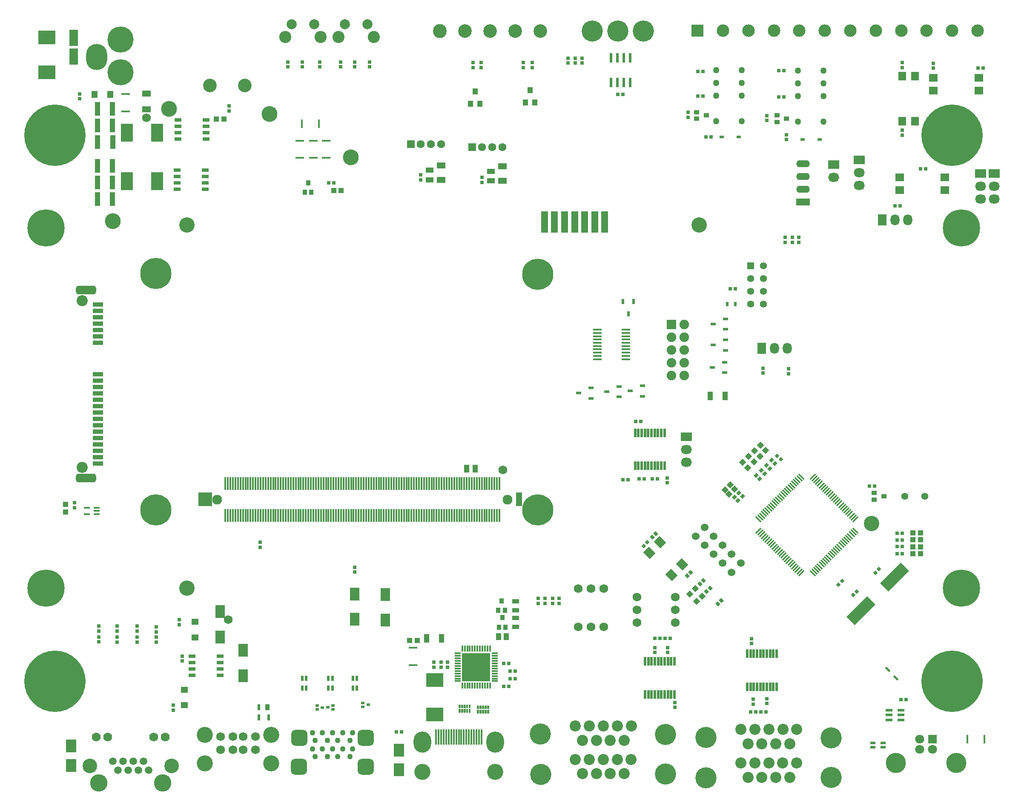
<source format=gts>
G04 Layer_Color=8388736*
%FSLAX44Y44*%
%MOMM*%
G71*
G01*
G75*
%ADD17R,1.8034X0.4064*%
%ADD18R,1.8288X2.5654*%
%ADD19R,0.4064X1.8034*%
%ADD20R,1.1176X2.7178*%
%ADD24R,0.5334X1.1684*%
%ADD25R,0.9398X1.1684*%
G04:AMPARAMS|DCode=27|XSize=1.1112mm|YSize=0.4008mm|CornerRadius=0mm|HoleSize=0mm|Usage=FLASHONLY|Rotation=315.000|XOffset=0mm|YOffset=0mm|HoleType=Round|Shape=Rectangle|*
%AMROTATEDRECTD27*
4,1,4,-0.5346,0.2512,-0.2512,0.5346,0.5346,-0.2512,0.2512,-0.5346,-0.5346,0.2512,0.0*
%
%ADD27ROTATEDRECTD27*%

%ADD28R,0.8064X0.5500*%
%ADD31R,1.1176X1.8034*%
%ADD32R,1.7780X1.2700*%
%ADD38R,0.6048X0.9016*%
%ADD45R,1.0160X1.3970*%
%ADD46R,1.3970X0.8128*%
G04:AMPARAMS|DCode=49|XSize=0.2794mm|YSize=1.4732mm|CornerRadius=0mm|HoleSize=0mm|Usage=FLASHONLY|Rotation=225.000|XOffset=0mm|YOffset=0mm|HoleType=Round|Shape=Rectangle|*
%AMROTATEDRECTD49*
4,1,4,-0.4221,0.6196,0.6196,-0.4221,0.4221,-0.6196,-0.6196,0.4221,-0.4221,0.6196,0.0*
%
%ADD49ROTATEDRECTD49*%

G04:AMPARAMS|DCode=50|XSize=0.2794mm|YSize=1.4732mm|CornerRadius=0mm|HoleSize=0mm|Usage=FLASHONLY|Rotation=135.000|XOffset=0mm|YOffset=0mm|HoleType=Round|Shape=Rectangle|*
%AMROTATEDRECTD50*
4,1,4,0.6196,0.4221,-0.4221,-0.6196,-0.6196,-0.4221,0.4221,0.6196,0.6196,0.4221,0.0*
%
%ADD50ROTATEDRECTD50*%

%ADD51R,1.0160X0.5588*%
%ADD52R,0.5588X1.0160*%
%ADD53R,1.1684X0.3556*%
%ADD54R,1.6764X0.3556*%
%ADD56R,1.3208X0.5588*%
%ADD57R,0.5588X1.9812*%
%ADD60R,1.2700X0.3048*%
%ADD61R,0.3048X1.2700*%
%ADD62R,5.5880X5.5880*%
%ADD64R,0.3000X0.7024*%
%ADD65R,0.4000X0.7024*%
%ADD76R,1.1176X1.4986*%
%ADD82R,0.3302X2.5400*%
%ADD107C,1.5240*%
%ADD114C,1.3970*%
%ADD115R,1.3970X1.3970*%
%ADD132C,1.2700*%
%ADD144C,3.0480*%
%ADD218P,0.9945X4X360.0*%
%ADD219P,0.9945X4X270.0*%
%ADD220R,0.7032X0.7032*%
%ADD221R,0.7032X0.7032*%
%ADD222R,2.0032X2.5032*%
%ADD223R,1.5032X1.1032*%
%ADD224R,3.5032X2.7032*%
%ADD225R,0.6532X0.6032*%
%ADD226R,1.7532X3.2032*%
%ADD227R,1.1032X1.1532*%
%ADD228R,1.1032X1.1532*%
%ADD229R,1.7018X1.1938*%
%ADD230R,1.0032X1.0032*%
%ADD231R,1.4032X1.3032*%
%ADD232R,1.3032X1.4032*%
%ADD233R,0.9032X1.1032*%
%ADD234R,1.4032X0.7832*%
%ADD235R,1.1032X0.9032*%
%ADD236R,0.7032X0.8032*%
G04:AMPARAMS|DCode=237|XSize=0.7032mm|YSize=0.8032mm|CornerRadius=0mm|HoleSize=0mm|Usage=FLASHONLY|Rotation=45.000|XOffset=0mm|YOffset=0mm|HoleType=Round|Shape=Rectangle|*
%AMROTATEDRECTD237*
4,1,4,0.0353,-0.5326,-0.5326,0.0353,-0.0353,0.5326,0.5326,-0.0353,0.0353,-0.5326,0.0*
%
%ADD237ROTATEDRECTD237*%

%ADD238R,0.8032X0.7032*%
G04:AMPARAMS|DCode=239|XSize=0.7032mm|YSize=0.8032mm|CornerRadius=0mm|HoleSize=0mm|Usage=FLASHONLY|Rotation=315.000|XOffset=0mm|YOffset=0mm|HoleType=Round|Shape=Rectangle|*
%AMROTATEDRECTD239*
4,1,4,-0.5326,-0.0353,0.0353,0.5326,0.5326,0.0353,-0.0353,-0.5326,-0.5326,-0.0353,0.0*
%
%ADD239ROTATEDRECTD239*%

G04:AMPARAMS|DCode=240|XSize=1.8032mm|YSize=1.6032mm|CornerRadius=0mm|HoleSize=0mm|Usage=FLASHONLY|Rotation=135.000|XOffset=0mm|YOffset=0mm|HoleType=Round|Shape=Rectangle|*
%AMROTATEDRECTD240*
4,1,4,1.2044,-0.0707,0.0707,-1.2044,-1.2044,0.0707,-0.0707,1.2044,1.2044,-0.0707,0.0*
%
%ADD240ROTATEDRECTD240*%

%ADD241R,0.6032X1.8032*%
%ADD242R,1.7032X1.5032*%
%ADD243R,1.5032X1.7032*%
%ADD244R,0.3508X3.0988*%
%ADD245R,2.4892X3.6322*%
%ADD246R,0.5524X1.0548*%
%ADD247R,1.0548X0.5524*%
%ADD248R,1.0032X1.0032*%
%ADD249P,1.4187X4X270.0*%
G04:AMPARAMS|DCode=250|XSize=1.0032mm|YSize=1.0032mm|CornerRadius=0mm|HoleSize=0mm|Usage=FLASHONLY|Rotation=225.000|XOffset=0mm|YOffset=0mm|HoleType=Round|Shape=Rectangle|*
%AMROTATEDRECTD250*
4,1,4,0.0000,0.7094,0.7094,0.0000,0.0000,-0.7094,-0.7094,0.0000,0.0000,0.7094,0.0*
%
%ADD250ROTATEDRECTD250*%

%ADD251R,1.0032X1.0032*%
%ADD252R,1.0032X1.0032*%
%ADD253P,1.4187X4X180.0*%
G04:AMPARAMS|DCode=254|XSize=1.0032mm|YSize=1.0032mm|CornerRadius=0mm|HoleSize=0mm|Usage=FLASHONLY|Rotation=135.000|XOffset=0mm|YOffset=0mm|HoleType=Round|Shape=Rectangle|*
%AMROTATEDRECTD254*
4,1,4,0.7094,0.0000,0.0000,-0.7094,-0.7094,0.0000,0.0000,0.7094,0.7094,0.0000,0.0*
%
%ADD254ROTATEDRECTD254*%

%ADD255R,2.1032X0.8532*%
%ADD256R,1.4732X4.2032*%
G04:AMPARAMS|DCode=257|XSize=5.8032mm|YSize=2.3032mm|CornerRadius=0mm|HoleSize=0mm|Usage=FLASHONLY|Rotation=225.000|XOffset=0mm|YOffset=0mm|HoleType=Round|Shape=Rectangle|*
%AMROTATEDRECTD257*
4,1,4,1.2374,2.8660,2.8660,1.2374,-1.2374,-2.8660,-2.8660,-1.2374,1.2374,2.8660,0.0*
%
%ADD257ROTATEDRECTD257*%

%ADD258R,1.2192X2.7432*%
%ADD259R,2.7432X2.7432*%
%ADD260C,1.7272*%
%ADD261C,1.9032*%
%ADD262R,1.9032X1.9032*%
%ADD263C,2.9032*%
%ADD264C,1.5032*%
%ADD265C,3.4532*%
%ADD266C,1.7780*%
%ADD267C,1.1032*%
G04:AMPARAMS|DCode=268|XSize=3.2032mm|YSize=3.2032mm|CornerRadius=0.8516mm|HoleSize=0mm|Usage=FLASHONLY|Rotation=90.000|XOffset=0mm|YOffset=0mm|HoleType=Round|Shape=RoundedRectangle|*
%AMROUNDEDRECTD268*
21,1,3.2032,1.5000,0,0,90.0*
21,1,1.5000,3.2032,0,0,90.0*
1,1,1.7032,0.7500,0.7500*
1,1,1.7032,0.7500,-0.7500*
1,1,1.7032,-0.7500,-0.7500*
1,1,1.7032,-0.7500,0.7500*
%
%ADD268ROUNDEDRECTD268*%
%ADD269C,3.2032*%
%ADD270C,1.6032*%
%ADD271R,1.6032X1.6032*%
%ADD272C,5.2032*%
%ADD273O,4.2032X5.2032*%
%ADD274C,4.0032*%
%ADD275R,1.8032X1.8032*%
%ADD276C,1.8032*%
%ADD277C,4.2032*%
%ADD278C,2.2032*%
%ADD279O,2.2032X1.8032*%
%ADD280R,2.2032X1.8032*%
%ADD281O,1.8032X2.2032*%
%ADD282R,1.8032X2.2032*%
%ADD283C,1.4032*%
%ADD284R,2.4892X2.4892*%
%ADD285C,2.4892*%
%ADD286C,2.7032*%
%ADD287O,2.7032X2.8032*%
%ADD288C,2.0032*%
%ADD289C,2.4032*%
%ADD290R,2.7032X1.4032*%
%ADD291O,2.7032X1.4032*%
%ADD292C,3.2032*%
%ADD293O,3.5032X4.2032*%
%ADD294C,3.1496*%
G04:AMPARAMS|DCode=295|XSize=1.7272mm|YSize=4.0132mm|CornerRadius=0.4826mm|HoleSize=0mm|Usage=FLASHONLY|Rotation=90.000|XOffset=0mm|YOffset=0mm|HoleType=Round|Shape=RoundedRectangle|*
%AMROUNDEDRECTD295*
21,1,1.7272,3.0480,0,0,90.0*
21,1,0.7620,4.0132,0,0,90.0*
1,1,0.9652,1.5240,0.3810*
1,1,0.9652,1.5240,-0.3810*
1,1,0.9652,-1.5240,-0.3810*
1,1,0.9652,-1.5240,0.3810*
%
%ADD295ROUNDEDRECTD295*%
%ADD296C,1.9558*%
%ADD297C,12.2032*%
%ADD298C,7.4032*%
%ADD299C,6.2032*%
G36*
X990140Y175530D02*
X986140D01*
Y182030D01*
X990140D01*
Y175530D01*
D02*
G37*
G36*
X985140D02*
X981140D01*
Y182030D01*
X985140D01*
Y175530D01*
D02*
G37*
G36*
X995140D02*
X991140D01*
Y182030D01*
X995140D01*
Y175530D01*
D02*
G37*
G36*
X1005140D02*
X1001140D01*
Y182030D01*
X1005140D01*
Y175530D01*
D02*
G37*
G36*
X1000140D02*
X996140D01*
Y182030D01*
X1000140D01*
Y175530D01*
D02*
G37*
G36*
X1026890Y173970D02*
X1022890D01*
Y180470D01*
X1026890D01*
Y173970D01*
D02*
G37*
G36*
X1021890D02*
X1017890D01*
Y180470D01*
X1021890D01*
Y173970D01*
D02*
G37*
G36*
X1031890D02*
X1027890D01*
Y180470D01*
X1031890D01*
Y173970D01*
D02*
G37*
G36*
X1041890D02*
X1037890D01*
Y180470D01*
X1041890D01*
Y173970D01*
D02*
G37*
G36*
X1036890D02*
X1032890D01*
Y180470D01*
X1036890D01*
Y173970D01*
D02*
G37*
G36*
X990140Y183730D02*
X986140D01*
Y190230D01*
X990140D01*
Y183730D01*
D02*
G37*
G36*
X985140D02*
X981140D01*
Y190230D01*
X985140D01*
Y183730D01*
D02*
G37*
G36*
X995140D02*
X991140D01*
Y190230D01*
X995140D01*
Y183730D01*
D02*
G37*
G36*
X1005140D02*
X1001140D01*
Y190230D01*
X1005140D01*
Y183730D01*
D02*
G37*
G36*
X1000140D02*
X996140D01*
Y190230D01*
X1000140D01*
Y183730D01*
D02*
G37*
G36*
X1026890Y182170D02*
X1022890D01*
Y188670D01*
X1026890D01*
Y182170D01*
D02*
G37*
G36*
X1021890D02*
X1017890D01*
Y188670D01*
X1021890D01*
Y182170D01*
D02*
G37*
G36*
X1031890D02*
X1027890D01*
Y188670D01*
X1031890D01*
Y182170D01*
D02*
G37*
G36*
X1041890D02*
X1037890D01*
Y188670D01*
X1041890D01*
Y182170D01*
D02*
G37*
G36*
X1036890D02*
X1032890D01*
Y188670D01*
X1036890D01*
Y182170D01*
D02*
G37*
D17*
X890270Y304038D02*
D03*
Y270002D02*
D03*
X717550Y1313688D02*
D03*
Y1279652D02*
D03*
X692150Y1313688D02*
D03*
Y1279652D02*
D03*
X665480Y1313688D02*
D03*
Y1279652D02*
D03*
X318770Y1406398D02*
D03*
Y1372362D02*
D03*
D18*
X506730Y376463D02*
D03*
Y325917D02*
D03*
X774700Y411353D02*
D03*
Y360807D02*
D03*
X835660Y410083D02*
D03*
Y359537D02*
D03*
X552450Y298993D02*
D03*
Y248447D02*
D03*
D19*
X703326Y1347470D02*
D03*
X669290D02*
D03*
X2026666Y121920D02*
D03*
X1992630D02*
D03*
D20*
X263144Y1263650D02*
D03*
X293116D02*
D03*
X263144Y1230630D02*
D03*
X293116D02*
D03*
X263144Y1197610D02*
D03*
X293116D02*
D03*
X263398Y1310640D02*
D03*
X293370D02*
D03*
X263144Y1343660D02*
D03*
X293116D02*
D03*
X262890Y1376680D02*
D03*
X292862D02*
D03*
D24*
X603200Y165770D02*
D03*
X584200D02*
D03*
Y186090D02*
D03*
D25*
X601168D02*
D03*
D27*
X1834638Y260862D02*
D03*
X1850902Y244598D02*
D03*
D28*
X1665478Y1315720D02*
D03*
X1698962D02*
D03*
X1504718Y1320800D02*
D03*
X1538202D02*
D03*
D31*
X1481074Y805180D02*
D03*
X1511046D02*
D03*
X917194Y322580D02*
D03*
X947166D02*
D03*
D32*
X1068070Y1234186D02*
D03*
Y1262634D02*
D03*
X946150Y1235710D02*
D03*
Y1264158D02*
D03*
D38*
X1531620Y988060D02*
D03*
X1515572D02*
D03*
D45*
X1075817Y326771D02*
D03*
X1060323D02*
D03*
D46*
X1094740Y396494D02*
D03*
Y378968D02*
D03*
Y363474D02*
D03*
Y345948D02*
D03*
D49*
X1662405Y644948D02*
D03*
X1658869Y641412D02*
D03*
X1655334Y637877D02*
D03*
X1651798Y634341D02*
D03*
X1648263Y630806D02*
D03*
X1644727Y627270D02*
D03*
X1641192Y623735D02*
D03*
X1637656Y620199D02*
D03*
X1634121Y616664D02*
D03*
X1630585Y613128D02*
D03*
X1627050Y609593D02*
D03*
X1623514Y606057D02*
D03*
X1619978Y602522D02*
D03*
X1616443Y598986D02*
D03*
X1612907Y595451D02*
D03*
X1609372Y591915D02*
D03*
X1605836Y588379D02*
D03*
X1602301Y584844D02*
D03*
X1598765Y581308D02*
D03*
X1595230Y577773D02*
D03*
X1591694Y574237D02*
D03*
X1588159Y570702D02*
D03*
X1584623Y567166D02*
D03*
X1581088Y563631D02*
D03*
X1577552Y560095D02*
D03*
X1685315Y452332D02*
D03*
X1688851Y455868D02*
D03*
X1692386Y459403D02*
D03*
X1695922Y462939D02*
D03*
X1699457Y466474D02*
D03*
X1702993Y470010D02*
D03*
X1706528Y473545D02*
D03*
X1710064Y477081D02*
D03*
X1713599Y480616D02*
D03*
X1717135Y484152D02*
D03*
X1720670Y487687D02*
D03*
X1724206Y491223D02*
D03*
X1727742Y494758D02*
D03*
X1731277Y498294D02*
D03*
X1734813Y501829D02*
D03*
X1738348Y505365D02*
D03*
X1741884Y508901D02*
D03*
X1745419Y512436D02*
D03*
X1748955Y515972D02*
D03*
X1752490Y519507D02*
D03*
X1756026Y523043D02*
D03*
X1759561Y526578D02*
D03*
X1763097Y530114D02*
D03*
X1766632Y533649D02*
D03*
X1770168Y537185D02*
D03*
D50*
X1577552D02*
D03*
X1581088Y533649D02*
D03*
X1584623Y530114D02*
D03*
X1588159Y526578D02*
D03*
X1591694Y523043D02*
D03*
X1595230Y519507D02*
D03*
X1598765Y515972D02*
D03*
X1602301Y512436D02*
D03*
X1605836Y508901D02*
D03*
X1609372Y505365D02*
D03*
X1612907Y501829D02*
D03*
X1616443Y498294D02*
D03*
X1619978Y494758D02*
D03*
X1623514Y491223D02*
D03*
X1627050Y487687D02*
D03*
X1630585Y484152D02*
D03*
X1634121Y480616D02*
D03*
X1637656Y477081D02*
D03*
X1641192Y473545D02*
D03*
X1644727Y470010D02*
D03*
X1648263Y466474D02*
D03*
X1651798Y462939D02*
D03*
X1655334Y459403D02*
D03*
X1658869Y455868D02*
D03*
X1662405Y452332D02*
D03*
X1770168Y560095D02*
D03*
X1766632Y563631D02*
D03*
X1763097Y567166D02*
D03*
X1759561Y570702D02*
D03*
X1756026Y574237D02*
D03*
X1752490Y577773D02*
D03*
X1748955Y581308D02*
D03*
X1745419Y584844D02*
D03*
X1741884Y588379D02*
D03*
X1738348Y591915D02*
D03*
X1734813Y595451D02*
D03*
X1731277Y598986D02*
D03*
X1727742Y602522D02*
D03*
X1724206Y606057D02*
D03*
X1720670Y609593D02*
D03*
X1717135Y613128D02*
D03*
X1713599Y616664D02*
D03*
X1710064Y620199D02*
D03*
X1706528Y623735D02*
D03*
X1702993Y627270D02*
D03*
X1699457Y630806D02*
D03*
X1695922Y634341D02*
D03*
X1692386Y637877D02*
D03*
X1688851Y641412D02*
D03*
X1685315Y644948D02*
D03*
D51*
X1322578Y815340D02*
D03*
X1346962Y825840D02*
D03*
Y804840D02*
D03*
X1487678Y948690D02*
D03*
X1512062Y959190D02*
D03*
Y938190D02*
D03*
X1487678Y906780D02*
D03*
X1512062Y917280D02*
D03*
Y896280D02*
D03*
X1485900Y862330D02*
D03*
X1510284Y872830D02*
D03*
Y851830D02*
D03*
X1220216Y811190D02*
D03*
X1244600Y821690D02*
D03*
Y800690D02*
D03*
X1275588Y814070D02*
D03*
X1299972Y824570D02*
D03*
Y803570D02*
D03*
D52*
X1318600Y968756D02*
D03*
X1308100Y993140D02*
D03*
X1329100D02*
D03*
D53*
X241808Y570080D02*
D03*
Y583080D02*
D03*
X261112D02*
D03*
Y576580D02*
D03*
Y570080D02*
D03*
D54*
X1313434Y937300D02*
D03*
Y930800D02*
D03*
Y924300D02*
D03*
Y917800D02*
D03*
Y911300D02*
D03*
Y904800D02*
D03*
Y898300D02*
D03*
Y891800D02*
D03*
Y885300D02*
D03*
Y878800D02*
D03*
X1257046Y878800D02*
D03*
Y885300D02*
D03*
Y891800D02*
D03*
Y898300D02*
D03*
Y904800D02*
D03*
Y911300D02*
D03*
Y917800D02*
D03*
Y924300D02*
D03*
Y930800D02*
D03*
Y937300D02*
D03*
D56*
X1837182Y179680D02*
D03*
Y170180D02*
D03*
Y160680D02*
D03*
X1861058D02*
D03*
Y170180D02*
D03*
Y179680D02*
D03*
D57*
X1283970Y1478788D02*
D03*
X1296670D02*
D03*
X1309370D02*
D03*
X1322070D02*
D03*
Y1429512D02*
D03*
X1309370D02*
D03*
X1296670D02*
D03*
X1283970D02*
D03*
D60*
X979170Y292930D02*
D03*
Y287930D02*
D03*
Y282930D02*
D03*
Y277930D02*
D03*
Y272930D02*
D03*
Y267930D02*
D03*
Y262930D02*
D03*
Y257930D02*
D03*
Y252930D02*
D03*
Y247930D02*
D03*
Y242930D02*
D03*
Y237930D02*
D03*
X1052830D02*
D03*
Y242930D02*
D03*
Y247930D02*
D03*
Y252930D02*
D03*
Y257930D02*
D03*
Y262930D02*
D03*
Y267930D02*
D03*
Y272930D02*
D03*
Y277930D02*
D03*
Y282930D02*
D03*
Y287930D02*
D03*
Y292930D02*
D03*
D61*
X988500Y228600D02*
D03*
X993500D02*
D03*
X998500D02*
D03*
X1003500D02*
D03*
X1008500D02*
D03*
X1013500D02*
D03*
X1018500D02*
D03*
X1023500D02*
D03*
X1028500D02*
D03*
X1033500D02*
D03*
X1038500D02*
D03*
X1043500D02*
D03*
Y302260D02*
D03*
X1038500D02*
D03*
X1033500D02*
D03*
X1028500D02*
D03*
X1023500D02*
D03*
X1013500D02*
D03*
X1008500D02*
D03*
X998500D02*
D03*
X993500D02*
D03*
X988500D02*
D03*
X1018500D02*
D03*
X1003500D02*
D03*
D62*
X1016000Y265430D02*
D03*
D64*
X1003140Y187742D02*
D03*
X998140D02*
D03*
X988140D02*
D03*
X983140D02*
D03*
Y178018D02*
D03*
X988140D02*
D03*
X998140D02*
D03*
X1003140D02*
D03*
X1039890Y176458D02*
D03*
X1034890D02*
D03*
X1024890D02*
D03*
X1019890D02*
D03*
Y186182D02*
D03*
X1024890D02*
D03*
X1034890D02*
D03*
X1039890D02*
D03*
D65*
X993140Y187742D02*
D03*
Y178018D02*
D03*
X1029890Y176458D02*
D03*
Y186182D02*
D03*
D76*
X1014095Y660400D02*
D03*
X997585D02*
D03*
D82*
X1062398Y567776D02*
D03*
X1057398D02*
D03*
X1052398D02*
D03*
X1047398D02*
D03*
X1042398D02*
D03*
X1037398D02*
D03*
X1032398D02*
D03*
X1027398D02*
D03*
X1022398D02*
D03*
X1017398D02*
D03*
X1012398D02*
D03*
X1007398D02*
D03*
X1002398D02*
D03*
X997398D02*
D03*
X992398D02*
D03*
X987398D02*
D03*
X982398D02*
D03*
X977398D02*
D03*
X972398D02*
D03*
X967398D02*
D03*
X962398D02*
D03*
X957398D02*
D03*
X952398D02*
D03*
X947398D02*
D03*
X942398D02*
D03*
X937398D02*
D03*
X932398D02*
D03*
X927398D02*
D03*
X922398D02*
D03*
X917398D02*
D03*
X912398D02*
D03*
X907398D02*
D03*
X902398D02*
D03*
X897398D02*
D03*
X892398D02*
D03*
X887398D02*
D03*
X882398D02*
D03*
X877398D02*
D03*
X872398D02*
D03*
X867398D02*
D03*
X862398D02*
D03*
X857398D02*
D03*
X852398D02*
D03*
X847398D02*
D03*
X842398D02*
D03*
X837398D02*
D03*
X832398D02*
D03*
X827398D02*
D03*
X822398D02*
D03*
X817398D02*
D03*
X812398D02*
D03*
X807398D02*
D03*
X802398D02*
D03*
X797398D02*
D03*
X792398D02*
D03*
X787398D02*
D03*
X782398D02*
D03*
X777398D02*
D03*
X772398D02*
D03*
X767398D02*
D03*
X762398D02*
D03*
X757398D02*
D03*
X752398D02*
D03*
X747398D02*
D03*
X742398D02*
D03*
X737398D02*
D03*
X732398D02*
D03*
X727398D02*
D03*
X722398D02*
D03*
X717398D02*
D03*
X712398D02*
D03*
X707398D02*
D03*
X702398D02*
D03*
X697398D02*
D03*
X692398D02*
D03*
X687398D02*
D03*
X682398D02*
D03*
X677398D02*
D03*
X672398D02*
D03*
X667398D02*
D03*
X662398D02*
D03*
X657398D02*
D03*
X652398D02*
D03*
X647398D02*
D03*
X642398D02*
D03*
X637398D02*
D03*
X632398D02*
D03*
X627398D02*
D03*
X622398D02*
D03*
X617398D02*
D03*
X612398D02*
D03*
X607398D02*
D03*
X602398D02*
D03*
X597398D02*
D03*
X592398D02*
D03*
X587398D02*
D03*
X582398D02*
D03*
X577398D02*
D03*
X572398D02*
D03*
X567398D02*
D03*
X562398D02*
D03*
X557398D02*
D03*
X552398D02*
D03*
X547398D02*
D03*
X542398D02*
D03*
X537398D02*
D03*
X532398D02*
D03*
X527398D02*
D03*
X522398D02*
D03*
X517398D02*
D03*
X1062398Y630936D02*
D03*
X1057398D02*
D03*
X1052398D02*
D03*
X1047398D02*
D03*
X1042398D02*
D03*
X1037398D02*
D03*
X1032398D02*
D03*
X1027398D02*
D03*
X1022398D02*
D03*
X1017398D02*
D03*
X1012398D02*
D03*
X1007398D02*
D03*
X1002398D02*
D03*
X997398D02*
D03*
X992398D02*
D03*
X987398D02*
D03*
X982398D02*
D03*
X977398D02*
D03*
X972398D02*
D03*
X967398D02*
D03*
X962398D02*
D03*
X957398D02*
D03*
X952398D02*
D03*
X947398D02*
D03*
X942398D02*
D03*
X937398D02*
D03*
X932398D02*
D03*
X927398D02*
D03*
X922398D02*
D03*
X917398D02*
D03*
X912398D02*
D03*
X907398D02*
D03*
X902398D02*
D03*
X897398D02*
D03*
X892398D02*
D03*
X887398D02*
D03*
X882398D02*
D03*
X877398D02*
D03*
X872398D02*
D03*
X867398D02*
D03*
X862398D02*
D03*
X857398D02*
D03*
X852398D02*
D03*
X847398D02*
D03*
X842398D02*
D03*
X837398D02*
D03*
X832398D02*
D03*
X827398D02*
D03*
X822398D02*
D03*
X817398D02*
D03*
X812398D02*
D03*
X807398D02*
D03*
X802398D02*
D03*
X797398D02*
D03*
X792398D02*
D03*
X787398D02*
D03*
X782398D02*
D03*
X777398D02*
D03*
X772398D02*
D03*
X767398D02*
D03*
X762398D02*
D03*
X757398D02*
D03*
X752398D02*
D03*
X747398D02*
D03*
X742398D02*
D03*
X737398D02*
D03*
X732398D02*
D03*
X727398D02*
D03*
X722398D02*
D03*
X717398D02*
D03*
X712398D02*
D03*
X707398D02*
D03*
X702398D02*
D03*
X697398D02*
D03*
X692398D02*
D03*
X687398D02*
D03*
X682398D02*
D03*
X677398D02*
D03*
X672398D02*
D03*
X667398D02*
D03*
X662398D02*
D03*
X657398D02*
D03*
X652398D02*
D03*
X647398D02*
D03*
X642398D02*
D03*
X637398D02*
D03*
X632398D02*
D03*
X627398D02*
D03*
X622398D02*
D03*
X617398D02*
D03*
X612398D02*
D03*
X607398D02*
D03*
X602398D02*
D03*
X597398D02*
D03*
X592398D02*
D03*
X587398D02*
D03*
X582398D02*
D03*
X577398D02*
D03*
X572398D02*
D03*
X567398D02*
D03*
X562398D02*
D03*
X557398D02*
D03*
X552398D02*
D03*
X547398D02*
D03*
X542398D02*
D03*
X537398D02*
D03*
X532398D02*
D03*
X527398D02*
D03*
X522398D02*
D03*
X517398D02*
D03*
D107*
X1452339Y526321D02*
D03*
X1470299Y508361D02*
D03*
X1488259Y490401D02*
D03*
X1506220Y472440D02*
D03*
X1524181Y454479D02*
D03*
X1470299Y544282D02*
D03*
X1488259Y526321D02*
D03*
X1506220Y508361D02*
D03*
X1524180Y490401D02*
D03*
X1542141Y472440D02*
D03*
D114*
X1587500Y988060D02*
D03*
Y1013460D02*
D03*
Y1038860D02*
D03*
Y1064260D02*
D03*
X1562100Y988060D02*
D03*
Y1013460D02*
D03*
Y1038860D02*
D03*
D115*
Y1064260D02*
D03*
D132*
X1706880Y1351280D02*
D03*
Y1402080D02*
D03*
Y1427480D02*
D03*
Y1452880D02*
D03*
X1656080D02*
D03*
Y1427480D02*
D03*
Y1402080D02*
D03*
Y1351280D02*
D03*
X1544320Y1352550D02*
D03*
Y1403350D02*
D03*
Y1428750D02*
D03*
Y1454150D02*
D03*
X1493520D02*
D03*
Y1428750D02*
D03*
Y1403350D02*
D03*
Y1352550D02*
D03*
D144*
X440690Y1145540D02*
D03*
X1459230D02*
D03*
X440690Y422910D02*
D03*
X1802130Y551180D02*
D03*
D218*
X1621790Y679450D02*
D03*
X1614719Y686521D02*
D03*
D219*
X1736639Y429809D02*
D03*
X1743710Y436880D02*
D03*
X1356086Y514076D02*
D03*
X1349014Y507005D02*
D03*
X1810024Y453664D02*
D03*
X1817095Y460736D02*
D03*
X1772646Y416286D02*
D03*
X1765574Y409215D02*
D03*
D220*
X867410Y136560D02*
D03*
X857410D02*
D03*
X1349850Y640080D02*
D03*
X1339850D02*
D03*
X1333500Y754380D02*
D03*
X1343500D02*
D03*
X1318100Y638810D02*
D03*
X1308100D02*
D03*
X1376520Y640080D02*
D03*
X1366520D02*
D03*
X1531460Y1018540D02*
D03*
X1521460D02*
D03*
X1860710Y200660D02*
D03*
X1870710D02*
D03*
X1307940Y1405890D02*
D03*
X1297940D02*
D03*
X1562180Y176530D02*
D03*
X1572180D02*
D03*
X1582500D02*
D03*
X1592500D02*
D03*
X1392080Y322580D02*
D03*
X1402080D02*
D03*
X1371760D02*
D03*
X1381760D02*
D03*
D221*
X265430Y347300D02*
D03*
Y337300D02*
D03*
X302260Y347380D02*
D03*
Y337380D02*
D03*
X341630Y347300D02*
D03*
Y337300D02*
D03*
X379730Y346030D02*
D03*
Y336030D02*
D03*
X1139190Y402510D02*
D03*
Y392510D02*
D03*
X1153160Y402510D02*
D03*
Y392510D02*
D03*
X1168400Y402430D02*
D03*
Y392430D02*
D03*
X1181100Y402430D02*
D03*
Y392430D02*
D03*
X1395730Y642540D02*
D03*
Y632540D02*
D03*
X932180Y265510D02*
D03*
Y275510D02*
D03*
X431800Y287690D02*
D03*
Y277690D02*
D03*
X774700Y464740D02*
D03*
Y454740D02*
D03*
X414020Y189820D02*
D03*
Y179820D02*
D03*
X425450Y350000D02*
D03*
Y360000D02*
D03*
X1027430Y1230790D02*
D03*
Y1240790D02*
D03*
X641350Y1470500D02*
D03*
Y1460500D02*
D03*
X746760Y1470500D02*
D03*
Y1460500D02*
D03*
X905510Y1235870D02*
D03*
Y1245870D02*
D03*
X227330Y1407000D02*
D03*
Y1397000D02*
D03*
X1212850Y1468120D02*
D03*
Y1478120D02*
D03*
X1563370Y322500D02*
D03*
Y312500D02*
D03*
X1567180Y201930D02*
D03*
Y191930D02*
D03*
X1593850Y203120D02*
D03*
Y193120D02*
D03*
X1410970Y195420D02*
D03*
Y185420D02*
D03*
X1397000Y304640D02*
D03*
Y294640D02*
D03*
X1371600Y304720D02*
D03*
Y294720D02*
D03*
X586740Y514270D02*
D03*
Y504270D02*
D03*
D222*
X210820Y69400D02*
D03*
Y108400D02*
D03*
X862330Y61630D02*
D03*
Y100630D02*
D03*
D223*
X1045210Y1233830D02*
D03*
Y1252830D02*
D03*
X923290Y1235760D02*
D03*
Y1254760D02*
D03*
D224*
X933450Y240240D02*
D03*
Y171240D02*
D03*
X162560Y1518920D02*
D03*
Y1449920D02*
D03*
D225*
X801370Y190500D02*
D03*
X790870Y194500D02*
D03*
Y186500D02*
D03*
X710270Y185230D02*
D03*
X699770Y189230D02*
D03*
Y181230D02*
D03*
X721020Y185610D02*
D03*
X731520Y181610D02*
D03*
Y189610D02*
D03*
D226*
X215900Y1518870D02*
D03*
Y1480870D02*
D03*
D227*
X1113840Y1389380D02*
D03*
X1123340Y1414380D02*
D03*
X1004620Y1386840D02*
D03*
X1014120Y1411840D02*
D03*
D228*
X1132840Y1389380D02*
D03*
X1023620Y1386840D02*
D03*
D229*
X360680Y1376553D02*
D03*
Y1407287D02*
D03*
D230*
X899160Y318770D02*
D03*
X884160D02*
D03*
X1884861Y532874D02*
D03*
Y519032D02*
D03*
Y505189D02*
D03*
Y491347D02*
D03*
X747790Y1214120D02*
D03*
X514350Y1356360D02*
D03*
D231*
X457200Y324860D02*
D03*
Y355860D02*
D03*
X435610Y220900D02*
D03*
Y189900D02*
D03*
D232*
X257550Y1405890D02*
D03*
X288550D02*
D03*
D233*
X1060150Y378841D02*
D03*
X1073150D02*
D03*
X1066650Y397841D02*
D03*
X1061570Y345211D02*
D03*
X1074570D02*
D03*
X1068070Y364211D02*
D03*
X675490Y1210970D02*
D03*
X688490D02*
D03*
X681990Y1229970D02*
D03*
D234*
X477580Y1216660D02*
D03*
Y1229360D02*
D03*
Y1242060D02*
D03*
Y1254760D02*
D03*
X421580Y1216660D02*
D03*
Y1229360D02*
D03*
Y1242060D02*
D03*
Y1254760D02*
D03*
X478910Y1316990D02*
D03*
Y1329690D02*
D03*
Y1342390D02*
D03*
Y1355090D02*
D03*
X422910Y1316990D02*
D03*
Y1329690D02*
D03*
Y1342390D02*
D03*
Y1355090D02*
D03*
X450790Y287690D02*
D03*
Y274990D02*
D03*
Y262290D02*
D03*
Y249590D02*
D03*
X506790Y287690D02*
D03*
Y274990D02*
D03*
Y262290D02*
D03*
Y249590D02*
D03*
D235*
X1807870Y612290D02*
D03*
Y599290D02*
D03*
X1826870Y605790D02*
D03*
X1614170Y1363980D02*
D03*
Y1350980D02*
D03*
X1633170Y1357480D02*
D03*
X1454810Y1370480D02*
D03*
Y1357480D02*
D03*
X1473810Y1363980D02*
D03*
D236*
X1863010Y532130D02*
D03*
X1853010D02*
D03*
X1863010Y518160D02*
D03*
X1853010D02*
D03*
X1863010Y505460D02*
D03*
X1853010D02*
D03*
X1863010Y491490D02*
D03*
X1853010D02*
D03*
X1070690Y273050D02*
D03*
X1080690D02*
D03*
X1083390Y258160D02*
D03*
X1093390D02*
D03*
X1083390Y242920D02*
D03*
X1093390D02*
D03*
X1070690Y227330D02*
D03*
X1080690D02*
D03*
X732790Y1229360D02*
D03*
X722790D02*
D03*
X1798320Y626110D02*
D03*
X1808320D02*
D03*
X1910080Y1257300D02*
D03*
X1900080D02*
D03*
X1627980Y1452880D02*
D03*
X1617980D02*
D03*
X1466850Y1451610D02*
D03*
X1456850D02*
D03*
X1627980Y1400810D02*
D03*
X1617980D02*
D03*
X1466770Y1402080D02*
D03*
X1456770D02*
D03*
X1473200Y1320800D02*
D03*
X1483200D02*
D03*
X1849200Y1183640D02*
D03*
X1859200D02*
D03*
X2014380Y1457960D02*
D03*
X2024380D02*
D03*
D237*
X1496335Y391435D02*
D03*
X1503406Y398506D02*
D03*
X1481328Y423087D02*
D03*
X1474257Y416016D02*
D03*
X1468120Y438150D02*
D03*
X1461049Y431079D02*
D03*
X1435374Y447314D02*
D03*
X1442446Y454386D02*
D03*
X1366246Y524236D02*
D03*
X1373317Y531307D02*
D03*
D238*
X265430Y315790D02*
D03*
Y325790D02*
D03*
X302260Y315630D02*
D03*
Y325630D02*
D03*
X341630Y315710D02*
D03*
Y325710D02*
D03*
X379730Y315710D02*
D03*
Y325710D02*
D03*
X217170Y593010D02*
D03*
Y583010D02*
D03*
X1630680Y1111330D02*
D03*
Y1121330D02*
D03*
X1644650Y1111250D02*
D03*
Y1121250D02*
D03*
X1657350Y1111250D02*
D03*
Y1121250D02*
D03*
X946150Y265590D02*
D03*
Y275590D02*
D03*
X958850Y265510D02*
D03*
Y275510D02*
D03*
X704850Y1460500D02*
D03*
Y1470500D02*
D03*
X670560Y1470500D02*
D03*
Y1460500D02*
D03*
X803910Y1460500D02*
D03*
Y1470500D02*
D03*
X774700Y1470500D02*
D03*
Y1460500D02*
D03*
X1226820Y1478120D02*
D03*
Y1468120D02*
D03*
X1586230Y860900D02*
D03*
Y850900D02*
D03*
X1637030Y859710D02*
D03*
Y849710D02*
D03*
X1198880Y1478120D02*
D03*
Y1468120D02*
D03*
X1633220Y1325720D02*
D03*
Y1315720D02*
D03*
X1593850Y1353900D02*
D03*
Y1363900D02*
D03*
X1437640Y1360170D02*
D03*
Y1370170D02*
D03*
X1127760Y1459310D02*
D03*
Y1469310D02*
D03*
X1925320Y1468040D02*
D03*
Y1458040D02*
D03*
X1109980Y1459310D02*
D03*
Y1469310D02*
D03*
X1863090Y1459310D02*
D03*
Y1469310D02*
D03*
Y1324690D02*
D03*
Y1334690D02*
D03*
X1026160Y1459230D02*
D03*
Y1469230D02*
D03*
X1009650Y1459310D02*
D03*
Y1469310D02*
D03*
X524510Y1372950D02*
D03*
Y1382950D02*
D03*
D239*
X1592854Y667746D02*
D03*
X1599926Y660674D02*
D03*
X1603015Y677906D02*
D03*
X1610086Y670834D02*
D03*
X1538519Y612861D02*
D03*
X1545590Y605790D02*
D03*
X1529629Y603971D02*
D03*
X1536700Y596900D02*
D03*
X1582695Y657586D02*
D03*
X1589766Y650514D02*
D03*
X1572534Y647426D02*
D03*
X1579606Y640354D02*
D03*
D240*
X1404388Y449296D02*
D03*
X1360547Y493137D02*
D03*
X1425601Y470509D02*
D03*
X1381760Y514350D02*
D03*
D241*
X1390730Y732250D02*
D03*
X1384230D02*
D03*
X1377730D02*
D03*
X1371230D02*
D03*
X1364730D02*
D03*
X1358230D02*
D03*
X1351730D02*
D03*
X1345230D02*
D03*
X1338730D02*
D03*
X1332230D02*
D03*
X1390730Y666750D02*
D03*
X1384230D02*
D03*
X1377730D02*
D03*
X1371230D02*
D03*
X1364730D02*
D03*
X1358230D02*
D03*
X1351730D02*
D03*
X1345230D02*
D03*
X1338730D02*
D03*
X1332230D02*
D03*
X1613500Y292100D02*
D03*
X1607000D02*
D03*
X1600500D02*
D03*
X1594000D02*
D03*
X1587500D02*
D03*
X1581000D02*
D03*
X1574500D02*
D03*
X1568000D02*
D03*
X1561500D02*
D03*
X1555000D02*
D03*
X1613500Y226600D02*
D03*
X1607000D02*
D03*
X1600500D02*
D03*
X1594000D02*
D03*
X1587500D02*
D03*
X1581000D02*
D03*
X1574500D02*
D03*
X1568000D02*
D03*
X1561500D02*
D03*
X1555000D02*
D03*
X1351800Y211360D02*
D03*
X1358300D02*
D03*
X1364800D02*
D03*
X1371300D02*
D03*
X1377800D02*
D03*
X1384300D02*
D03*
X1390800D02*
D03*
X1397300D02*
D03*
X1403800D02*
D03*
X1410300D02*
D03*
X1351800Y276860D02*
D03*
X1358300D02*
D03*
X1364800D02*
D03*
X1371300D02*
D03*
X1377800D02*
D03*
X1384300D02*
D03*
X1390800D02*
D03*
X1397300D02*
D03*
X1403800D02*
D03*
X1410300D02*
D03*
D242*
X1948180Y1215390D02*
D03*
Y1240790D02*
D03*
X1858180Y1215390D02*
D03*
Y1240790D02*
D03*
X2015490Y1413510D02*
D03*
Y1438910D02*
D03*
X1925490Y1413510D02*
D03*
Y1438910D02*
D03*
D243*
X1888490Y1442550D02*
D03*
X1863090D02*
D03*
X1888490Y1352550D02*
D03*
X1863090D02*
D03*
D244*
X936600Y126310D02*
D03*
X941600D02*
D03*
X946600D02*
D03*
X951600D02*
D03*
X956600D02*
D03*
X961600D02*
D03*
X966600D02*
D03*
X971600D02*
D03*
X976600D02*
D03*
X981600D02*
D03*
X986600D02*
D03*
X991600D02*
D03*
X996600D02*
D03*
X1001600D02*
D03*
X1006600D02*
D03*
X1011600D02*
D03*
X1016600D02*
D03*
X1021600D02*
D03*
X1026600D02*
D03*
D245*
X321818Y1233170D02*
D03*
X381762D02*
D03*
X321818Y1329690D02*
D03*
X381762D02*
D03*
D246*
X722250Y223668D02*
D03*
X730250D02*
D03*
X678370Y243692D02*
D03*
X670370D02*
D03*
X678370Y223668D02*
D03*
X670370D02*
D03*
X778890Y243692D02*
D03*
X770890D02*
D03*
X778890Y223668D02*
D03*
X770890D02*
D03*
X730250Y243692D02*
D03*
X722250D02*
D03*
D247*
X1804818Y114490D02*
D03*
Y106490D02*
D03*
X1824842Y114490D02*
D03*
Y106490D02*
D03*
D248*
X1899861Y532874D02*
D03*
Y519032D02*
D03*
Y505189D02*
D03*
Y491347D02*
D03*
X732790Y1214120D02*
D03*
X499350Y1356360D02*
D03*
D249*
X1465093Y406851D02*
D03*
X1451610Y421640D02*
D03*
X1518920Y609600D02*
D03*
X1510853Y618043D02*
D03*
D250*
X1454486Y396245D02*
D03*
X1441003Y411033D02*
D03*
X1529527Y620207D02*
D03*
X1521460Y628650D02*
D03*
D251*
X199390Y574280D02*
D03*
D252*
Y589280D02*
D03*
D253*
X1580327Y685353D02*
D03*
X1591757Y696783D02*
D03*
X1568450Y674370D02*
D03*
X1556197Y662493D02*
D03*
D254*
X1569720Y695960D02*
D03*
X1581150Y707390D02*
D03*
X1557843Y684977D02*
D03*
X1545590Y673100D02*
D03*
D255*
X264160Y670560D02*
D03*
Y683260D02*
D03*
Y695960D02*
D03*
Y708660D02*
D03*
Y721360D02*
D03*
Y734060D02*
D03*
Y746760D02*
D03*
Y759460D02*
D03*
Y772160D02*
D03*
Y784860D02*
D03*
Y797560D02*
D03*
Y810260D02*
D03*
Y822960D02*
D03*
Y835660D02*
D03*
Y848360D02*
D03*
Y911810D02*
D03*
Y924510D02*
D03*
Y937210D02*
D03*
Y949910D02*
D03*
Y962610D02*
D03*
Y975310D02*
D03*
Y988010D02*
D03*
D256*
X1271900Y1151890D02*
D03*
X1251900D02*
D03*
X1231900D02*
D03*
X1211900D02*
D03*
X1191900D02*
D03*
X1171900D02*
D03*
X1151900D02*
D03*
D257*
X1848418Y445068D02*
D03*
X1781242Y377892D02*
D03*
D258*
X1101598Y599440D02*
D03*
D259*
X477520D02*
D03*
D260*
X360680Y1358900D02*
D03*
X1069340Y657860D02*
D03*
X507450Y101000D02*
D03*
X532450D02*
D03*
X552450D02*
D03*
X577450Y127200D02*
D03*
X552450D02*
D03*
X532450D02*
D03*
X507450D02*
D03*
X577450Y101000D02*
D03*
X1219200Y421640D02*
D03*
X1244600D02*
D03*
X1270000D02*
D03*
Y345440D02*
D03*
X1244600D02*
D03*
X1219200D02*
D03*
X1336040Y354330D02*
D03*
Y379730D02*
D03*
Y405130D02*
D03*
X1412240D02*
D03*
Y379730D02*
D03*
Y354330D02*
D03*
X523240Y359953D02*
D03*
D261*
X1430020Y845820D02*
D03*
Y871220D02*
D03*
Y896620D02*
D03*
Y922020D02*
D03*
Y947420D02*
D03*
X1404620Y845820D02*
D03*
Y871220D02*
D03*
Y896620D02*
D03*
Y922020D02*
D03*
D262*
Y947420D02*
D03*
D263*
X247730Y69240D02*
D03*
X410330D02*
D03*
D264*
X364530Y60340D02*
D03*
X354330Y78140D02*
D03*
X344230Y60340D02*
D03*
X334030Y78140D02*
D03*
X323930Y60340D02*
D03*
X313830Y78140D02*
D03*
X303630Y60340D02*
D03*
X293430Y78140D02*
D03*
D265*
X265530Y34940D02*
D03*
X392530D02*
D03*
D266*
X374730Y126340D02*
D03*
X397630D02*
D03*
X283330D02*
D03*
X260430D02*
D03*
D267*
X765410Y119630D02*
D03*
X740410D02*
D03*
X720410D02*
D03*
X695410D02*
D03*
X690410Y134630D02*
D03*
X710410D02*
D03*
X730410D02*
D03*
X750410D02*
D03*
X770410D02*
D03*
Y102630D02*
D03*
X750410D02*
D03*
X730410D02*
D03*
X710410D02*
D03*
X690410D02*
D03*
X695410Y87630D02*
D03*
X720410D02*
D03*
X740410D02*
D03*
X765410D02*
D03*
D268*
X796110Y67630D02*
D03*
Y124430D02*
D03*
X663440Y67630D02*
D03*
X664710Y124430D02*
D03*
D269*
X476750Y130700D02*
D03*
X608150D02*
D03*
X476750Y73900D02*
D03*
X608150D02*
D03*
D270*
X1068070Y1300480D02*
D03*
X1048070D02*
D03*
X1028070D02*
D03*
X946150Y1306830D02*
D03*
X926150D02*
D03*
X906150D02*
D03*
D271*
X1008070Y1300480D02*
D03*
X886150Y1306830D02*
D03*
D272*
X308610Y1515110D02*
D03*
Y1450110D02*
D03*
D273*
X261610Y1480110D02*
D03*
D274*
X1970790Y74930D02*
D03*
X1850390D02*
D03*
D275*
X1923090Y122030D02*
D03*
D276*
X1898090D02*
D03*
X1923090Y102030D02*
D03*
X1898090D02*
D03*
D277*
X1247140Y1531620D02*
D03*
X1297940D02*
D03*
X1348740D02*
D03*
X1721740Y124930D02*
D03*
X1473040Y125330D02*
D03*
X1722090Y45830D02*
D03*
X1473340Y45330D02*
D03*
X1392615Y131740D02*
D03*
X1143915Y132140D02*
D03*
X1392965Y52640D02*
D03*
X1144215Y52140D02*
D03*
D278*
X1639765Y113030D02*
D03*
X1542640Y141430D02*
D03*
X1570390Y141480D02*
D03*
X1598140D02*
D03*
X1625890D02*
D03*
X1653640D02*
D03*
X1556515Y46530D02*
D03*
X1584265D02*
D03*
X1612015D02*
D03*
X1639765D02*
D03*
X1542640Y74930D02*
D03*
X1570365D02*
D03*
X1598090D02*
D03*
X1625815D02*
D03*
X1653540D02*
D03*
X1556515Y113030D02*
D03*
X1584265D02*
D03*
X1612015D02*
D03*
X1310640Y119840D02*
D03*
X1213515Y148240D02*
D03*
X1241265Y148290D02*
D03*
X1269015D02*
D03*
X1296765D02*
D03*
X1324515D02*
D03*
X1227390Y53340D02*
D03*
X1255140D02*
D03*
X1282890D02*
D03*
X1310640D02*
D03*
X1213515Y81740D02*
D03*
X1241240D02*
D03*
X1268965D02*
D03*
X1296690D02*
D03*
X1324415D02*
D03*
X1227390Y119840D02*
D03*
X1255140D02*
D03*
X1282890D02*
D03*
X232600Y663346D02*
D03*
Y995070D02*
D03*
D279*
X1778000Y1224280D02*
D03*
Y1249680D02*
D03*
X2045970Y1197610D02*
D03*
Y1223010D02*
D03*
X1727200Y1240790D02*
D03*
X2019300Y1197610D02*
D03*
Y1223010D02*
D03*
X1433830Y673100D02*
D03*
Y698500D02*
D03*
D280*
X1778000Y1275080D02*
D03*
X2045970Y1248410D02*
D03*
X1727200Y1266190D02*
D03*
X2019300Y1248410D02*
D03*
X1433830Y723900D02*
D03*
D281*
X1874520Y1155700D02*
D03*
X1849120D02*
D03*
X1634490Y900430D02*
D03*
X1609090Y900430D02*
D03*
D282*
X1823720Y1155700D02*
D03*
X1583690Y900430D02*
D03*
D283*
X1868170Y605790D02*
D03*
X1908170D02*
D03*
D284*
X1456344Y1532890D02*
D03*
D285*
X1506959D02*
D03*
X1557574D02*
D03*
X1608190D02*
D03*
X1658805D02*
D03*
X1709420D02*
D03*
X1760035D02*
D03*
X1810650D02*
D03*
X1861266D02*
D03*
X1911881D02*
D03*
X1962496D02*
D03*
X2013111D02*
D03*
D286*
X1143470Y1531620D02*
D03*
X1093470D02*
D03*
X1043470D02*
D03*
X993470D02*
D03*
X486410Y1423670D02*
D03*
X556410D02*
D03*
D287*
X943470Y1531620D02*
D03*
D288*
X649330Y1545340D02*
D03*
X694330D02*
D03*
X799740D02*
D03*
X754740D02*
D03*
D289*
X636780Y1520440D02*
D03*
X706880D02*
D03*
X812290D02*
D03*
X742190D02*
D03*
D290*
X1666240Y1191260D02*
D03*
D291*
Y1216660D02*
D03*
Y1242060D02*
D03*
Y1267460D02*
D03*
D292*
X1054100Y57150D02*
D03*
X909100D02*
D03*
D293*
Y116750D02*
D03*
X1054100D02*
D03*
D294*
X767080Y1280160D02*
D03*
X293370Y1153160D02*
D03*
X605020Y1366520D02*
D03*
X405130Y1376680D02*
D03*
D295*
X240474Y642010D02*
D03*
X239966Y1016152D02*
D03*
D296*
X501354Y599356D02*
D03*
X1078442D02*
D03*
D297*
X178750Y1324750D02*
D03*
Y237750D02*
D03*
X1962750Y1324750D02*
D03*
Y237750D02*
D03*
D298*
X160750Y1140000D02*
D03*
Y422500D02*
D03*
X1980750D02*
D03*
Y1140000D02*
D03*
D299*
X379026Y1049079D02*
D03*
X1138682Y1047750D02*
D03*
X379223Y578358D02*
D03*
X1138202Y578356D02*
D03*
M02*

</source>
